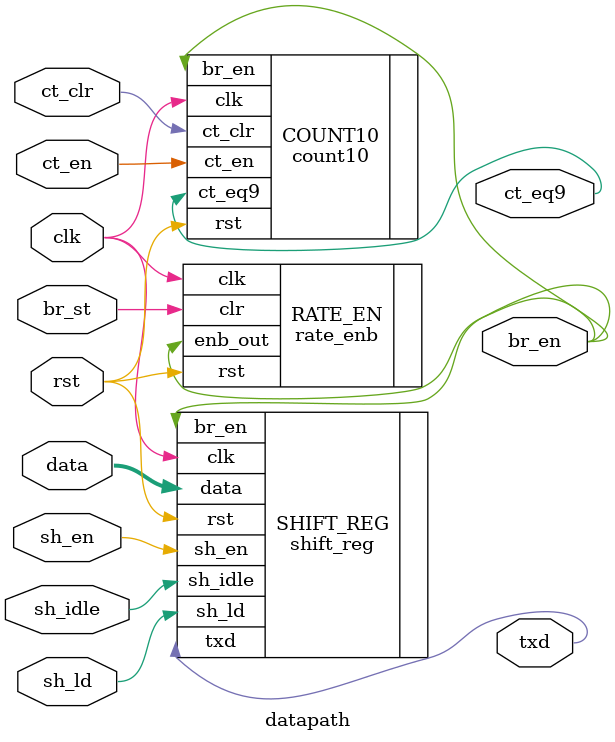
<source format=sv>
`timescale 1ns / 1ps


module datapath(
    input logic sh_ld, sh_idle, sh_en, br_st, ct_clr, clk, rst, ct_en,
    input logic [7:0] data,
    output logic br_en, ct_eq9,txd
    );
    parameter BAUD_RATE = 9600;

    // Instantiating Rate Enable With Baud Rate of 9600
    rate_enb #(.RATE_HZ(BAUD_RATE)) RATE_EN(.clk(clk), .rst(rst), .clr(br_st), .enb_out(br_en));

    //Institating Shift Regsiter Used for Outputting TXP after every shift
    shift_reg SHIFT_REG(.clk(clk), .sh_ld(sh_ld),.sh_idle(sh_idle), .sh_en(sh_en), .rst(rst), .br_en(br_en), .data(data), .txd(txd));

    // Instantiating counter module used for counting the number of shifts
    count10 COUNT10(.ct_clr(ct_clr),.clk(clk), .rst(rst),.ct_en(ct_en), .br_en(br_en),.ct_eq9(ct_eq9));

endmodule

</source>
